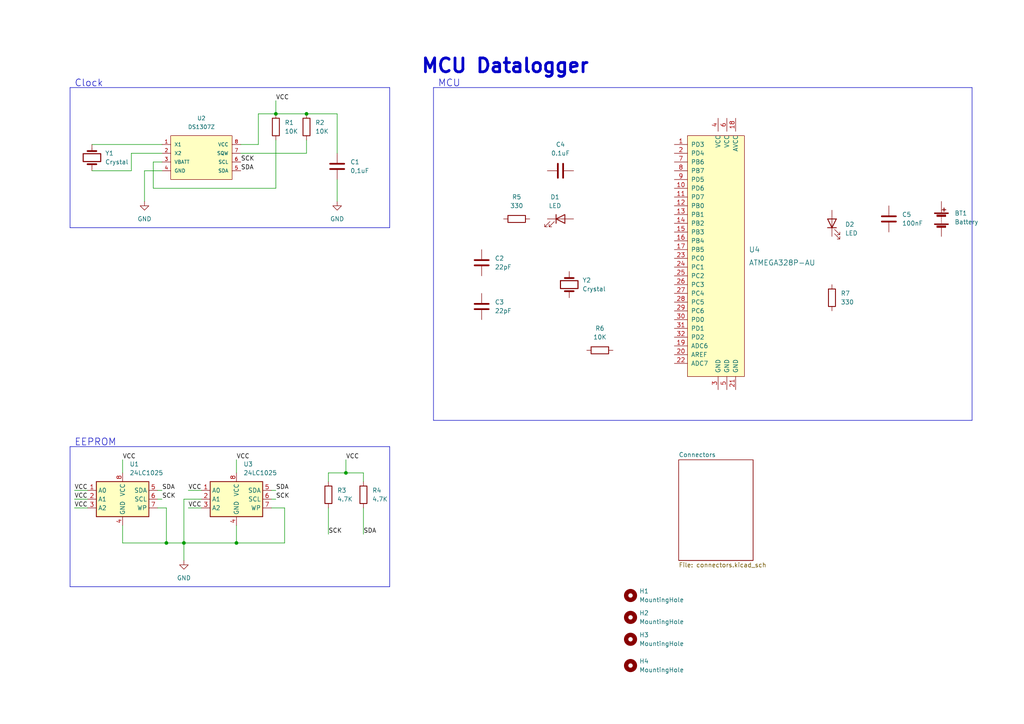
<source format=kicad_sch>
(kicad_sch (version 20211123) (generator eeschema)
  (paper "A4")
  (title_block (title "${project_name}") (date "2022-05-10") (rev "${design_version}") (company "PC Soft War") (comment 1 "©2022 by P. CARDON"))
  (lib_symbols
    (symbol "Device:Battery" (pin_numbers hide) (pin_names (offset 0) hide)
      (property "Reference" "BT" (at 2.54 2.54 0))
      (property "Value" "Battery" (at 2.54 0 0))
      (symbol "Battery_0_1"
        (rectangle (start -2.032 -1.397) (end 2.032 -1.651) (fill (type outline)))
        (rectangle (start -2.032 1.778) (end 2.032 1.524) (fill (type outline)))
        (rectangle (start -1.3208 -1.9812) (end 1.27 -2.4892) (fill (type outline)))
        (rectangle (start -1.3208 1.1938) (end 1.27 0.6858) (fill (type outline)))
        (polyline (pts (xy 0 -1.524) (xy 0 -1.27)))
        (polyline (pts (xy 0 -1.016) (xy 0 -0.762)))
        (polyline (pts (xy 0 -0.508) (xy 0 -0.254)))
        (polyline (pts (xy 0 0) (xy 0 0.254)))
        (polyline (pts (xy 0 0.508) (xy 0 0.762)))
        (polyline (pts (xy 0 1.778) (xy 0 2.54)))
        (polyline (pts (xy 0.254 2.667) (xy 1.27 2.667)) (stroke (width 0.254)))
        (polyline (pts (xy 0.762 3.175) (xy 0.762 2.159)) (stroke (width 0.254)))
      )
      (symbol "Battery_1_1"
        (pin passive line (at 0 5.08 270) (length 2.54) (name "+") (number "1"))
        (pin passive line (at 0 -5.08 90) (length 2.54) (name "-") (number "2"))
      )
    )
    (symbol "Device:C" (pin_numbers hide) (pin_names (offset 0.254))
      (property "Reference" "C" (at 0.635 2.54 0))
      (property "Value" "C" (at 0.635 -2.54 0))
      (symbol "C_0_1"
        (polyline (pts (xy -2.032 -0.762) (xy 2.032 -0.762)) (stroke (width 0.508)))
        (polyline (pts (xy -2.032 0.762) (xy 2.032 0.762)) (stroke (width 0.508)))
      )
      (symbol "C_1_1"
        (pin passive line (at 0 3.81 270) (length 2.794) (name "~") (number "1"))
        (pin passive line (at 0 -3.81 90) (length 2.794) (name "~") (number "2"))
      )
    )
    (symbol "Device:Crystal" (pin_numbers hide) (pin_names (offset 1.016) hide)
      (property "Reference" "Y" (at 0 3.81 0))
      (property "Value" "Crystal" (at 0 -3.81 0))
      (symbol "Crystal_0_1"
        (rectangle (start -1.143 2.54) (end 1.143 -2.54) (stroke (width 0.3048)))
        (polyline (pts (xy -2.54 0) (xy -1.905 0)))
        (polyline (pts (xy -1.905 -1.27) (xy -1.905 1.27)) (stroke (width 0.508)))
        (polyline (pts (xy 1.905 -1.27) (xy 1.905 1.27)) (stroke (width 0.508)))
        (polyline (pts (xy 2.54 0) (xy 1.905 0)))
      )
      (symbol "Crystal_1_1"
        (pin passive line (at -3.81 0 0) (length 1.27) (name "1") (number "1"))
        (pin passive line (at 3.81 0 180) (length 1.27) (name "2") (number "2"))
      )
    )
    (symbol "Device:LED" (pin_numbers hide) (pin_names (offset 1.016) hide)
      (property "Reference" "D" (at 0 2.54 0))
      (property "Value" "LED" (at 0 -2.54 0))
      (symbol "LED_0_1"
        (polyline (pts (xy -1.27 -1.27) (xy -1.27 1.27)) (stroke (width 0.254)))
        (polyline (pts (xy -1.27 0) (xy 1.27 0)))
        (polyline (pts (xy 1.27 -1.27) (xy 1.27 1.27) (xy -1.27 0) (xy 1.27 -1.27)) (stroke (width 0.254)))
        (polyline (pts (xy -3.048 -0.762) (xy -4.572 -2.286) (xy -3.81 -2.286) (xy -4.572 -2.286) (xy -4.572 -1.524)))
        (polyline (pts (xy -1.778 -0.762) (xy -3.302 -2.286) (xy -2.54 -2.286) (xy -3.302 -2.286) (xy -3.302 -1.524)))
      )
      (symbol "LED_1_1"
        (pin passive line (at -3.81 0 0) (length 2.54) (name "K") (number "1"))
        (pin passive line (at 3.81 0 180) (length 2.54) (name "A") (number "2"))
      )
    )
    (symbol "Device:R" (pin_numbers hide) (pin_names (offset 0))
      (property "Reference" "R" (at 2.032 0 90))
      (property "Value" "R" (at 0 0 90))
      (symbol "R_0_1"
        (rectangle (start -1.016 -2.54) (end 1.016 2.54) (stroke (width 0.254)))
      )
      (symbol "R_1_1"
        (pin passive line (at 0 3.81 270) (length 1.27) (name "~") (number "1"))
        (pin passive line (at 0 -3.81 90) (length 1.27) (name "~") (number "2"))
      )
    )
    (symbol "Mechanical:MountingHole" (pin_names (offset 1.016))
      (property "Reference" "H" (at 0 5.08 0))
      (property "Value" "MountingHole" (at 0 3.175 0))
      (symbol "MountingHole_0_1"
        (circle (center 0 0) (radius 1.27) (stroke (width 1.27)))
      )
    )
    (symbol "Memory_EEPROM:24LC1025"
      (property "Reference" "U" (at -6.35 6.35 0))
      (property "Value" "24LC1025" (at 1.27 6.35 0))
      (symbol "24LC1025_1_1"
        (rectangle (start -7.62 5.08) (end 7.62 -5.08) (stroke (width 0.254)) (fill (type background)))
        (pin input line (at -10.16 2.54 0) (length 2.54) (name "A0") (number "1"))
        (pin input line (at -10.16 0 0) (length 2.54) (name "A1") (number "2"))
        (pin input line (at -10.16 -2.54 0) (length 2.54) (name "A2") (number "3"))
        (pin power_in line (at 0 -7.62 90) (length 2.54) (name "GND") (number "4"))
        (pin bidirectional line (at 10.16 2.54 180) (length 2.54) (name "SDA") (number "5"))
        (pin input line (at 10.16 0 180) (length 2.54) (name "SCL") (number "6"))
        (pin input line (at 10.16 -2.54 180) (length 2.54) (name "WP") (number "7"))
        (pin power_in line (at 0 7.62 270) (length 2.54) (name "VCC") (number "8"))
      )
    )
    (symbol "SparkFun-Clocks:DS1307Z" (pin_names (offset 1.016))
      (property "Reference" "U" (at -7.62 6.35 0))
      (property "Value" "DS1307Z" (at -7.62 -10.16 0))
      (property "Field4" "IC-08138" (at 0 10.16 0))
      (symbol "DS1307Z_1_1"
        (polyline (pts (xy -7.62 5.08) (xy 10.16 5.08) (xy 10.16 -7.62) (xy -7.62 -7.62) (xy -7.62 5.08)) (fill (type background)))
        (pin bidirectional line (at -10.16 2.54 0) (length 2.54) (name "X1") (number "1"))
        (pin bidirectional line (at -10.16 0 0) (length 2.54) (name "X2") (number "2"))
        (pin bidirectional line (at -10.16 -2.54 0) (length 2.54) (name "VBATT") (number "3"))
        (pin bidirectional line (at -10.16 -5.08 0) (length 2.54) (name "GND") (number "4"))
        (pin bidirectional line (at 12.7 -5.08 180) (length 2.54) (name "SDA") (number "5"))
        (pin bidirectional line (at 12.7 -2.54 180) (length 2.54) (name "SCL") (number "6"))
        (pin bidirectional line (at 12.7 0 180) (length 2.54) (name "SQW") (number "7"))
        (pin bidirectional line (at 12.7 2.54 180) (length 2.54) (name "VCC") (number "8"))
      )
    )
    (symbol "dk_Embedded-Microcontrollers:ATMEGA328P-AU" (pin_names (offset 1.016))
      (property "Reference" "U" (at -8.89 38.1 0))
      (property "Value" "ATMEGA328P-AU" (at 2.54 1.27 90))
      (symbol "ATMEGA328P-AU_0_1"
        (rectangle (start -8.89 35.56) (end 7.62 -34.29) (fill (type background)))
      )
      (symbol "ATMEGA328P-AU_1_1"
        (pin bidirectional line (at -12.7 33.02 0) (length 3.81) (name "PD3") (number "1"))
        (pin bidirectional line (at -12.7 20.32 0) (length 3.81) (name "PD6") (number "10"))
        (pin bidirectional line (at -12.7 17.78 0) (length 3.81) (name "PD7") (number "11"))
        (pin bidirectional line (at -12.7 15.24 0) (length 3.81) (name "PB0") (number "12"))
        (pin bidirectional line (at -12.7 12.7 0) (length 3.81) (name "PB1") (number "13"))
        (pin bidirectional line (at -12.7 10.16 0) (length 3.81) (name "PB2") (number "14"))
        (pin bidirectional line (at -12.7 7.62 0) (length 3.81) (name "PB3") (number "15"))
        (pin bidirectional line (at -12.7 5.08 0) (length 3.81) (name "PB4") (number "16"))
        (pin bidirectional line (at -12.7 2.54 0) (length 3.81) (name "PB5") (number "17"))
        (pin power_in line (at 5.08 40.64 270) (length 3.81) (name "AVCC") (number "18"))
        (pin input line (at -12.7 -25.4 0) (length 3.81) (name "ADC6") (number "19"))
        (pin bidirectional line (at -12.7 30.48 0) (length 3.81) (name "PD4") (number "2"))
        (pin input line (at -12.7 -27.94 0) (length 3.81) (name "AREF") (number "20"))
        (pin power_in line (at 5.08 -38.1 90) (length 3.81) (name "GND") (number "21"))
        (pin input line (at -12.7 -30.48 0) (length 3.81) (name "ADC7") (number "22"))
        (pin bidirectional line (at -12.7 0 0) (length 3.81) (name "PC0") (number "23"))
        (pin bidirectional line (at -12.7 -2.54 0) (length 3.81) (name "PC1") (number "24"))
        (pin bidirectional line (at -12.7 -5.08 0) (length 3.81) (name "PC2") (number "25"))
        (pin bidirectional line (at -12.7 -7.62 0) (length 3.81) (name "PC3") (number "26"))
        (pin bidirectional line (at -12.7 -10.16 0) (length 3.81) (name "PC4") (number "27"))
        (pin bidirectional line (at -12.7 -12.7 0) (length 3.81) (name "PC5") (number "28"))
        (pin bidirectional line (at -12.7 -15.24 0) (length 3.81) (name "PC6") (number "29"))
        (pin power_in line (at 0 -38.1 90) (length 3.81) (name "GND") (number "3"))
        (pin bidirectional line (at -12.7 -17.78 0) (length 3.81) (name "PD0") (number "30"))
        (pin bidirectional line (at -12.7 -20.32 0) (length 3.81) (name "PD1") (number "31"))
        (pin bidirectional line (at -12.7 -22.86 0) (length 3.81) (name "PD2") (number "32"))
        (pin power_in line (at 0 40.64 270) (length 3.81) (name "VCC") (number "4"))
        (pin power_in line (at 2.54 -38.1 90) (length 3.81) (name "GND") (number "5"))
        (pin power_in line (at 2.54 40.64 270) (length 3.81) (name "VCC") (number "6"))
        (pin bidirectional line (at -12.7 27.94 0) (length 3.81) (name "PB6") (number "7"))
        (pin bidirectional line (at -12.7 25.4 0) (length 3.81) (name "PB7") (number "8"))
        (pin bidirectional line (at -12.7 22.86 0) (length 3.81) (name "PD5") (number "9"))
      )
    )
    (symbol "power:GND" (power) (pin_names (offset 0))
      (property "Value" "GND" (at 0 -3.81 0))
      (symbol "GND_0_1"
        (polyline (pts (xy 0 0) (xy 0 -1.27) (xy 1.27 -1.27) (xy 0 -2.54) (xy -1.27 -1.27) (xy 0 -1.27)))
      )
      (symbol "GND_1_1"
        (pin power_in line (at 0 0 270) (length 0) hide (name "GND") (number "1"))
      )
    )
  )
  (junction (at 48.26 157.48))
  (junction (at 68.58 157.48))
  (junction (at 100.33 137.16))
  (junction (at 53.34 157.48))
  (junction (at 88.9 33.02))
  (junction (at 80.01 33.02))
  (wire (pts (xy 38.1 49.53) (xy 26.67 49.53)))
  (wire (pts (xy 46.99 144.78) (xy 45.72 144.78)))
  (wire (pts (xy 80.01 33.02) (xy 88.9 33.02)))
  (wire (pts (xy 100.33 133.35) (xy 100.33 137.16)))
  (wire (pts (xy 88.9 33.02) (xy 97.79 33.02)))
  (wire (pts (xy 53.34 157.48) (xy 68.58 157.48)))
  (wire (pts (xy 82.55 157.48) (xy 68.58 157.48)))
  (wire (pts (xy 26.67 41.91) (xy 46.99 41.91)))
  (wire (pts (xy 88.9 44.45) (xy 88.9 40.64)))
  (wire (pts (xy 58.42 144.78) (xy 53.34 144.78)))
  (wire (pts (xy 95.25 147.32) (xy 95.25 154.94)))
  (wire (pts (xy 21.59 147.32) (xy 25.4 147.32)))
  (wire (pts (xy 38.1 44.45) (xy 38.1 49.53)))
  (wire (pts (xy 46.99 44.45) (xy 38.1 44.45)))
  (wire (pts (xy 68.58 133.35) (xy 68.58 137.16)))
  (wire (pts (xy 35.56 157.48) (xy 48.26 157.48)))
  (wire (pts (xy 68.58 157.48) (xy 68.58 152.4)))
  (wire (pts (xy 35.56 152.4) (xy 35.56 157.48)))
  (polyline (pts (xy 113.03 129.54) (xy 113.03 170.18)) (stroke (width 0) (type solid)))
  (wire (pts (xy 80.01 142.24) (xy 78.74 142.24)))
  (wire (pts (xy 74.93 41.91) (xy 74.93 33.02)))
  (polyline (pts (xy 125.73 25.4) (xy 125.73 121.92)) (stroke (width 0) (type solid)))
  (wire (pts (xy 44.45 46.99) (xy 46.99 46.99)))
  (wire (pts (xy 80.01 54.61) (xy 44.45 54.61)))
  (wire (pts (xy 53.34 157.48) (xy 53.34 162.56)))
  (wire (pts (xy 69.85 41.91) (xy 74.93 41.91)))
  (polyline (pts (xy 20.32 129.54) (xy 113.03 129.54)) (stroke (width 0) (type solid)))
  (wire (pts (xy 78.74 147.32) (xy 82.55 147.32)))
  (wire (pts (xy 44.45 54.61) (xy 44.45 46.99)))
  (wire (pts (xy 48.26 157.48) (xy 53.34 157.48)))
  (polyline (pts (xy 113.03 170.18) (xy 20.32 170.18)) (stroke (width 0) (type solid)))
  (wire (pts (xy 100.33 137.16) (xy 105.41 137.16)))
  (polyline (pts (xy 281.94 121.92) (xy 125.73 121.92)) (stroke (width 0) (type solid)))
  (wire (pts (xy 74.93 33.02) (xy 80.01 33.02)))
  (polyline (pts (xy 113.03 25.4) (xy 113.03 66.04)) (stroke (width 0) (type solid)))
  (wire (pts (xy 54.61 142.24) (xy 58.42 142.24)))
  (wire (pts (xy 54.61 147.32) (xy 58.42 147.32)))
  (wire (pts (xy 45.72 147.32) (xy 48.26 147.32)))
  (wire (pts (xy 95.25 137.16) (xy 100.33 137.16)))
  (wire (pts (xy 69.85 44.45) (xy 88.9 44.45)))
  (wire (pts (xy 48.26 147.32) (xy 48.26 157.48)))
  (wire (pts (xy 105.41 147.32) (xy 105.41 154.94)))
  (wire (pts (xy 80.01 29.21) (xy 80.01 33.02)))
  (polyline (pts (xy 20.32 25.4) (xy 113.03 25.4)) (stroke (width 0) (type solid)))
  (wire (pts (xy 97.79 33.02) (xy 97.79 44.45)))
  (wire (pts (xy 53.34 144.78) (xy 53.34 157.48)))
  (wire (pts (xy 46.99 49.53) (xy 41.91 49.53)))
  (wire (pts (xy 46.99 142.24) (xy 45.72 142.24)))
  (wire (pts (xy 95.25 139.7) (xy 95.25 137.16)))
  (polyline (pts (xy 20.32 129.54) (xy 20.32 170.18)) (stroke (width 0) (type solid)))
  (polyline (pts (xy 125.73 25.4) (xy 281.94 25.4)) (stroke (width 0) (type solid)))
  (wire (pts (xy 97.79 52.07) (xy 97.79 58.42)))
  (polyline (pts (xy 281.94 25.4) (xy 281.94 121.92)) (stroke (width 0) (type solid)))
  (polyline (pts (xy 20.32 25.4) (xy 20.32 66.04)) (stroke (width 0) (type solid)))
  (polyline (pts (xy 113.03 66.04) (xy 20.32 66.04)) (stroke (width 0) (type solid)))
  (wire (pts (xy 105.41 137.16) (xy 105.41 139.7)))
  (wire (pts (xy 21.59 142.24) (xy 25.4 142.24)))
  (wire (pts (xy 82.55 147.32) (xy 82.55 157.48)))
  (wire (pts (xy 80.01 40.64) (xy 80.01 54.61)))
  (wire (pts (xy 35.56 133.35) (xy 35.56 137.16)))
  (wire (pts (xy 41.91 49.53) (xy 41.91 58.42)))
  (wire (pts (xy 80.01 144.78) (xy 78.74 144.78)))
  (wire (pts (xy 21.59 144.78) (xy 25.4 144.78)))
  (text "EEPROM" (at 21.59 129.54 0) (effects (font (size 2 2)) (justify left bottom)))
  (text "MCU" (at 127 25.4 0) (effects (font (size 2 2)) (justify left bottom)))
  (text "MCU Datalogger" (at 121.92 21.59 0) (effects (font (size 4 4) (thickness 0.8) bold) (justify left bottom)))
  (text "Clock" (at 21.59 25.4 0) (effects (font (size 2 2)) (justify left bottom)))
  (label "VCC" (at 100.33 133.35 0))
  (label "SDA" (at 69.85 49.53 0))
  (label "SCK" (at 80.01 144.78 0))
  (label "VCC" (at 54.61 142.24 0))
  (label "SDA" (at 105.41 154.94 0))
  (label "SCK" (at 95.25 154.94 0))
  (label "VCC" (at 68.58 133.35 0))
  (label "VCC" (at 54.61 147.32 0))
  (label "VCC" (at 35.56 133.35 0))
  (label "VCC" (at 21.59 147.32 0))
  (label "VCC" (at 80.01 29.21 0))
  (label "SCK" (at 69.85 46.99 0))
  (label "SDA" (at 80.01 142.24 0))
  (label "VCC" (at 21.59 142.24 0))
  (label "SDA" (at 46.99 142.24 0))
  (label "SCK" (at 46.99 144.78 0))
  (label "VCC" (at 21.59 144.78 0))
  (symbol (lib_id "Device:R") (at 241.3 86.36 0) (unit 1)
    (property "Reference" "R7" (at 243.84 85.0899 0) (effects (justify left)))
    (property "Value" "330" (at 243.84 87.6299 0) (effects (justify left)))
  )
  (symbol (lib_id "Mechanical:MountingHole") (at 182.88 193.04 0) (unit 1)
    (property "Reference" "H4" (at 185.42 191.7699 0) (effects (justify left)))
    (property "Value" "MountingHole" (at 185.42 194.3099 0) (effects (justify left)))
  )
  (symbol (lib_id "Device:C") (at 162.56 49.53 90) (unit 1)
    (property "Reference" "C4" (at 162.56 41.91 90))
    (property "Value" "0.1uF" (at 162.56 44.45 90))
  )
  (symbol (lib_id "Device:R") (at 95.25 143.51 0) (unit 1)
    (property "Reference" "R3" (at 97.79 142.2399 0) (effects (justify left)))
    (property "Value" "4.7K" (at 97.79 144.7799 0) (effects (justify left)))
  )
  (symbol (lib_id "Device:C") (at 257.81 63.5 0) (unit 1)
    (property "Reference" "C5" (at 261.62 62.2299 0) (effects (justify left)))
    (property "Value" "100nF" (at 261.62 64.7699 0) (effects (justify left)))
  )
  (symbol (lib_id "power:GND") (at 53.34 162.56 0) (unit 1)
    (property "Reference" "#PWR?" (effects hide))
    (property "Value" "GND" (at 53.34 167.64 0))
  )
  (symbol (lib_id "Device:Crystal") (at 165.1 82.55 90) (unit 1)
    (property "Reference" "Y2" (at 168.91 81.2799 90) (effects (justify right)))
    (property "Value" "Crystal" (at 168.91 83.8199 90) (effects (justify right)))
  )
  (symbol (lib_id "Device:R") (at 173.99 101.6 90) (unit 1)
    (property "Reference" "R6" (at 173.99 95.25 90))
    (property "Value" "10K" (at 173.99 97.79 90))
  )
  (symbol (lib_id "Mechanical:MountingHole") (at 182.88 179.07 0) (unit 1)
    (property "Reference" "H2" (at 185.42 177.7999 0) (effects (justify left)))
    (property "Value" "MountingHole" (at 185.42 180.3399 0) (effects (justify left)))
  )
  (symbol (lib_id "Device:C") (at 139.7 76.2 0) (unit 1)
    (property "Reference" "C2" (at 143.51 74.9299 0) (effects (justify left)))
    (property "Value" "22pF" (at 143.51 77.4699 0) (effects (justify left)))
  )
  (symbol (lib_id "Device:R") (at 88.9 36.83 0) (unit 1)
    (property "Reference" "R2" (at 91.44 35.5599 0) (effects (justify left)))
    (property "Value" "10K" (at 91.44 38.0999 0) (effects (justify left)))
  )
  (symbol (lib_id "Device:R") (at 149.86 63.5 90) (unit 1)
    (property "Reference" "R5" (at 149.86 57.15 90))
    (property "Value" "330" (at 149.86 59.69 90))
  )
  (symbol (lib_id "Device:LED") (at 162.56 63.5 0) (unit 1)
    (property "Reference" "D1" (at 160.9725 57.15 0))
    (property "Value" "LED" (at 160.9725 59.69 0))
  )
  (symbol (lib_id "power:GND") (at 41.91 58.42 0) (unit 1)
    (property "Reference" "#PWR?" (effects hide))
    (property "Value" "GND" (at 41.91 63.5 0))
  )
  (symbol (lib_id "Device:Battery") (at 273.05 63.5 0) (unit 1)
    (property "Reference" "BT1" (at 276.86 61.8489 0) (effects (justify left)))
    (property "Value" "Battery" (at 276.86 64.3889 0) (effects (justify left)))
  )
  (symbol (lib_id "Device:R") (at 105.41 143.51 0) (unit 1)
    (property "Reference" "R4" (at 107.95 142.2399 0) (effects (justify left)))
    (property "Value" "4.7K" (at 107.95 144.7799 0) (effects (justify left)))
  )
  (symbol (lib_id "Device:Crystal") (at 26.67 45.72 90) (unit 1)
    (property "Reference" "Y1" (at 30.48 44.4499 90) (effects (justify right)))
    (property "Value" "Crystal" (at 30.48 46.9899 90) (effects (justify right)))
    (property "Footprint" "Crystal:Crystal_SMD_5032-2Pin_5.0x3.2mm_HandSoldering" (effects hide))
  )
  (symbol (lib_id "Mechanical:MountingHole") (at 182.88 172.72 0) (unit 1)
    (property "Reference" "H1" (at 185.42 171.4499 0) (effects (justify left)))
    (property "Value" "MountingHole" (at 185.42 173.9899 0) (effects (justify left)))
  )
  (symbol (lib_id "power:GND") (at 97.79 58.42 0) (unit 1)
    (property "Reference" "#PWR?" (effects hide))
    (property "Value" "GND" (at 97.79 63.5 0))
  )
  (symbol (lib_id "Memory_EEPROM:24LC1025") (at 35.56 144.78 0) (unit 1)
    (property "Reference" "U1" (at 37.5794 134.62 0) (effects (justify left)))
    (property "Value" "24LC1025" (at 37.5794 137.16 0) (effects (justify left)))
    (property "Footprint" "Package_SO:SOIC-8_3.9x4.9mm_P1.27mm" (effects hide))
    (property "Datasheet" "http://ww1.microchip.com/downloads/en/DeviceDoc/21941B.pdf" (effects hide))
  )
  (symbol (lib_id "Mechanical:MountingHole") (at 182.88 185.42 0) (unit 1)
    (property "Reference" "H3" (at 185.42 184.1499 0) (effects (justify left)))
    (property "Value" "MountingHole" (at 185.42 186.6899 0) (effects (justify left)))
  )
  (symbol (lib_id "Device:R") (at 80.01 36.83 0) (unit 1)
    (property "Reference" "R1" (at 82.55 35.5599 0) (effects (justify left)))
    (property "Value" "10K" (at 82.55 38.0999 0) (effects (justify left)))
  )
  (symbol (lib_id "Device:C") (at 139.7 88.9 0) (unit 1)
    (property "Reference" "C3" (at 143.51 87.6299 0) (effects (justify left)))
    (property "Value" "22pF" (at 143.51 90.1699 0) (effects (justify left)))
  )
  (symbol (lib_id "Memory_EEPROM:24LC1025") (at 68.58 144.78 0) (unit 1)
    (property "Reference" "U3" (at 70.5994 134.62 0) (effects (justify left)))
    (property "Value" "24LC1025" (at 70.5994 137.16 0) (effects (justify left)))
    (property "Footprint" "Package_SO:SOIC-8_3.9x4.9mm_P1.27mm" (effects hide))
    (property "Datasheet" "http://ww1.microchip.com/downloads/en/DeviceDoc/21941B.pdf" (effects hide))
  )
  (symbol (lib_id "Device:LED") (at 241.3 64.77 90) (unit 1)
    (property "Reference" "D2" (at 245.11 65.0874 90) (effects (justify right)))
    (property "Value" "LED" (at 245.11 67.6274 90) (effects (justify right)))
  )
  (symbol (lib_id "Device:C") (at 97.79 48.26 0) (unit 1)
    (property "Reference" "C1" (at 101.6 46.9899 0) (effects (justify left)))
    (property "Value" "0,1uF" (at 101.6 49.5299 0) (effects (justify left)))
  )
  (symbol (lib_id "SparkFun-Clocks:DS1307Z") (at 57.15 44.45 0) (unit 1)
    (property "Reference" "U2" (at 58.42 34.29 0) (effects (font (size 1.143 1.143))))
    (property "Value" "DS1307Z" (at 58.42 36.83 0) (effects (font (size 1.143 1.143))))
    (property "Footprint" "SO08-TIGHT" (effects hide))
    (property "Field4" "IC-08138" (effects hide))
  )
  (symbol (lib_id "dk_Embedded-Microcontrollers:ATMEGA328P-AU") (at 208.28 74.93 0) (unit 1)
    (property "Reference" "U4" (at 217.17 72.39 0) (effects (font (size 1.524 1.524)) (justify left)))
    (property "Value" "ATMEGA328P-AU" (at 217.17 76.2 0) (effects (font (size 1.524 1.524)) (justify left)))
    (property "Footprint" "digikey-footprints:TQFP-32_7x7mm" (effects hide))
    (property "Datasheet" "http://www.microchip.com/mymicrochip/filehandler.aspx?ddocname=en608326" (effects hide))
    (property "Digi-Key_PN" "ATMEGA328P-AU-ND" (effects hide))
    (property "MPN" "ATMEGA328P-AU" (effects hide))
    (property "Category" "Integrated Circuits (ICs)" (effects hide))
    (property "Family" "Embedded - Microcontrollers" (effects hide))
    (property "DK_Datasheet_Link" "http://www.microchip.com/mymicrochip/filehandler.aspx?ddocname=en608326" (effects hide))
    (property "DK_Detail_Page" "/product-detail/en/microchip-technology/ATMEGA328P-AU/ATMEGA328P-AU-ND/1832260" (effects hide))
    (property "Description" "IC MCU 8BIT 32KB FLASH 32TQFP" (effects hide))
    (property "Manufacturer" "Microchip Technology" (effects hide))
    (property "Status" "Active" (effects hide))
  )
  (sheet (at 196.85 133.35) (size 21.59 29.21) (stroke (width 0.1524))
    (property "Sheet name" "Connectors" (at 196.85 132.6384 0) (effects (justify left bottom)))
    (property "Sheet file" "connectors.kicad_sch" (at 196.85 163.1446 0) (effects (justify left top)))
  )
)
</source>
